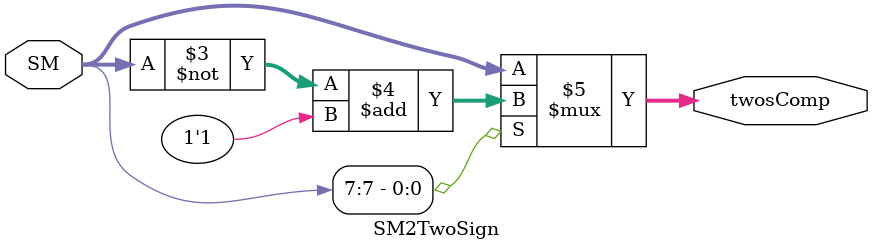
<source format=v>
module SM2TwoSign(
			input [7:0] SM,
			output reg [7:0] twosComp
	);
	
	always twosComp = (SM[7] == 1) ? (~SM + 1'b1) : SM;
	
endmodule
</source>
